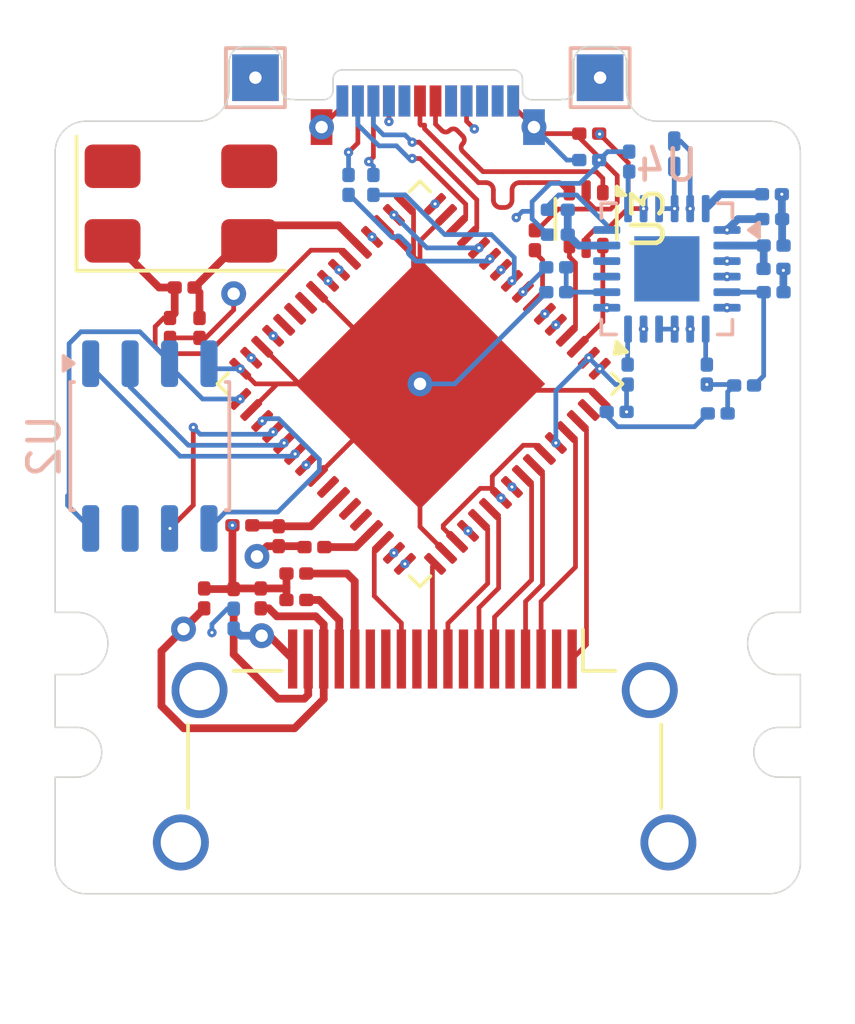
<source format=kicad_pcb>
(kicad_pcb (version 20241229) (generator "pcbnew") (generator_version "9.0")
  (title_block (title "Expansion Card Template") (rev "X1") (company "Framework") (comment 1 "This work is licensed under a Creative Commons Attribution 4.0 International License") (comment 4 "https://frame.work"))
  (layers (0 "F.Cu" signal) (4 "In1.Cu" signal) (6 "In2.Cu" signal) (2 "B.Cu" signal) (13 "F.Paste" user) (15 "B.Paste" user) (5 "F.SilkS" user "F.Silkscreen") (7 "B.SilkS" user "B.Silkscreen") (1 "F.Mask" user) (3 "B.Mask" user) (25 "Edge.Cuts" user))
  (net 0 "")
  (net 1 "GND")
  (net 11 "unconnected-(J1-PadSH)")
  (net 17 "+3.3V")
  (net 18 "+2V5")
  (net 19 "+1V2")
  (net 20 "+1V1")
  (net 21 "Net-(U4-LX1)")
  (net 23 "Net-(U4-LX2)")
  (net 28 "Net-(J1-D0+)")
  (net 29 "Net-(J1-D1+)")
  (net 30 "Net-(J1-D0-)")
  (net 31 "Net-(J1-D1-)")
  (net 32 "Net-(J1-D2+)")
  (net 33 "Net-(J1-D2-)")
  (net 34 "Net-(J1-SCL)")
  (net 35 "Net-(J1-CK+)")
  (net 36 "Net-(J1-CK-)")
  (net 37 "Net-(J1-SDA)")
  (net 38 "Net-(J1-HPD)")
  (net 39 "Net-(P2-TX1-)")
  (net 40 "Net-(P2-TX1+)")
  (net 41 "Net-(P2-D+)")
  (net 42 "Net-(P2-RX1-)")
  (net 43 "Net-(P2-RX1+)")
  (net 44 "Net-(P2-D-)")
  (net 45 "Net-(U4-LX3)")
  (net 46 "SPIMOSI")
  (net 47 "Net-(U1-DM)")
  (net 48 "SPICLK")
  (net 49 "SPIMISO")
  (net 50 "Net-(U1-XTOUT)")
  (net 51 "Net-(U1-XTIN)")
  (net 52 "Net-(U1-DP)")
  (net 53 "SPICS")
  (net 54 "+5V")
  (net 55 "Net-(U1-SSTXM)")
  (net 56 "Net-(U1-SSTXP)")
  (net 57 "Net-(J1-+5V)")
  (net 58 "Net-(U1-USB_REXT)")
  (net 59 "Net-(U1-HDMIRX_REXT)")
  (net 60 "Net-(U1-HDMIRXHPD)")
  (net 61 "Net-(U1-GPIO0)")
  (net 62 "Net-(U4-LX4)")
  (net 63 "Net-(U4-EN1)")
  (net 64 "Net-(U4-FB1)")
  (net 65 "Net-(U4-FB2)")
  (net 66 "Net-(U4-FB3)")
  (net 67 "Net-(U4-FB4)")
  (footprint "TestPoint:TestPoint_Pad_1.5x1.5mm" (layer "F.Cu") (at 145.55 128.3)
    (property "Reference" "TP3" (hide yes))
    (property "Value" "TestPoint")
  )
  (footprint "TestPoint:TestPoint_Pad_1.5x1.5mm" (layer "F.Cu") (at 134.45 128.3)
    (property "Reference" "TP1" (hide yes))
    (property "Value" "TestPoint")
  )
  (footprint "Expansion_Card:USB_C_Plug_Molex_105444" (layer "F.Cu") (at 140 129.01)
    (property "Reference" "P2" (hide yes))
    (property "Value" "USB_C_Plug")
    (fp_line (start -3.35 0) (end -4.3 0) (stroke (width 0.05)) (layer "Edge.Cuts"))
    (fp_line (start -3.05 -0.66) (end -3.05 -0.3) (stroke (width 0.05)) (layer "Edge.Cuts"))
    (fp_line (start -2.75 -0.96) (end 2.75 -0.96) (stroke (width 0.05)) (layer "Edge.Cuts"))
    (fp_line (start 3.05 -0.66) (end 3.05 -0.3) (stroke (width 0.05)) (layer "Edge.Cuts"))
    (fp_line (start 3.35 0) (end 4.3 0) (stroke (width 0.05)) (layer "Edge.Cuts"))
    (fp_arc (start -3.05 -0.66) (mid -2.962132 -0.872132) (end -2.75 -0.96) (stroke (width 0.05)) (layer "Edge.Cuts"))
    (fp_arc (start -3.05 -0.3) (mid -3.137868 -0.087868) (end -3.35 0) (stroke (width 0.05)) (layer "Edge.Cuts"))
    (fp_arc (start 2.75 -0.96) (mid 2.962132 -0.872132) (end 3.05 -0.66) (stroke (width 0.05)) (layer "Edge.Cuts"))
    (fp_arc (start 3.35 0) (mid 3.137868 -0.087868) (end 3.05 -0.3) (stroke (width 0.05)) (layer "Edge.Cuts"))
  )
  (footprint "Capacitor_SMD:C_0201_0603Metric" (layer "F.Cu") (at 132.65 136.35 90)
    (property "Reference" "C10" (hide yes))
    (property "Value" "C22pF")
  )
  (footprint "Capacitor_SMD:C_0201_0603Metric" (layer "F.Cu") (at 145.2 130.1 180)
    (property "Reference" "C1" (hide yes))
    (property "Value" "C100nF")
  )
  (footprint "Resistor_SMD:R_0201_0603Metric" (layer "F.Cu") (at 143.45 133.53 90)
    (property "Reference" "R1" (hide yes))
    (property "Value" "R200")
  )
  (footprint "Resistor_SMD:R_0201_0603Metric" (layer "F.Cu") (at 135.77 145.1 180)
    (property "Reference" "R6" (hide yes))
    (property "Value" "R47K")
  )
  (footprint "Capacitor_SMD:C_0201_0603Metric" (layer "F.Cu") (at 132.8 145.05 -90)
    (property "Reference" "C2" (hide yes))
    (property "Value" "C100nF")
  )
  (footprint "Resistor_SMD:R_0201_0603Metric" (layer "F.Cu") (at 135.2 143.05 -90)
    (property "Reference" "R8" (hide yes))
    (property "Value" "R47K")
  )
  (footprint "Capacitor_SMD:C_0201_0603Metric" (layer "F.Cu") (at 134.62 145.05 -90)
    (property "Reference" "C3" (hide yes))
    (property "Value" "C100nF")
  )
  (footprint "Connector_Video:HDMI_A_Amphenol_10029449-x01xLF_Horizontal" (layer "F.Cu") (at 139.9 152)
    (property "Reference" "J1" (hide yes))
    (property "Value" "HDMI_A")
  )
  (footprint "Package_DFN_QFN:QFN-64-1EP_9x9mm_P0.5mm_EP5.7x5.7mm" (layer "F.Cu") (at 139.75 138.15 -135)
    (property "Reference" "U1" (hide yes))
    (property "Value" "MS2130")
  )
  (footprint "Package_TO_SOT_SMD:SOT-666" (layer "F.Cu") (at 145.1 132.85 -90)
    (property "Reference" "U3")
    (property "Value" "USBLC6-2P6")
  )
  (footprint "Resistor_SMD:R_0201_0603Metric" (layer "F.Cu") (at 133.75 145.07 -90)
    (property "Reference" "R4" (hide yes))
    (property "Value" "R1K")
  )
  (footprint "Crystal:Crystal_SMD_0603-4Pin_6.0x3.5mm" (layer "F.Cu") (at 132.05 132.35)
    (property "Reference" "Y1" (hide yes))
    (property "Value" "Crystal")
  )
  (footprint "Resistor_SMD:R_0201_0603Metric" (layer "F.Cu") (at 136.35 143.4 180)
    (property "Reference" "R2" (hide yes))
    (property "Value" "R1.6k")
  )
  (footprint "Capacitor_SMD:C_0201_0603Metric" (layer "F.Cu") (at 131.7 136.35 90)
    (property "Reference" "C11" (hide yes))
    (property "Value" "C22pF")
  )
  (footprint "Resistor_SMD:R_0201_0603Metric" (layer "F.Cu") (at 132.17 135.05 180)
    (property "Reference" "R9" (hide yes))
    (property "Value" "R1M")
  )
  (footprint "Resistor_SMD:R_0201_0603Metric" (layer "F.Cu") (at 135.77 144.25 180)
    (property "Reference" "R5" (hide yes))
    (property "Value" "R47K")
  )
  (footprint "Resistor_SMD:R_0201_0603Metric" (layer "F.Cu") (at 134.03 142.7)
    (property "Reference" "R7" (hide yes))
    (property "Value" "R24K")
  )
  (footprint "TestPoint:TestPoint_Pad_1.5x1.5mm" (layer "B.Cu") (at 134.45 128.3 180)
    (property "Reference" "TP2" (hide yes))
    (property "Value" "TestPoint")
  )
  (footprint "TestPoint:TestPoint_Pad_1.5x1.5mm" (layer "B.Cu") (at 145.55 128.3 180)
    (property "Reference" "TP4" (hide yes))
    (property "Value" "TestPoint")
  )
  (footprint "Capacitor_SMD:C_0201_0603Metric" (layer "B.Cu") (at 138.25 131.75 -90)
    (property "Reference" "C8" (hide yes))
    (property "Value" "C100nF")
  )
  (footprint "Resistor_SMD:R_0201_0603Metric" (layer "B.Cu") (at 144.1875 133.35 180)
    (property "Reference" "R17" (hide yes))
    (property "Value" "R150K")
  )
  (footprint "Resistor_SMD:R_0201_0603Metric" (layer "B.Cu") (at 144.1875 132.55)
    (property "Reference" "R18" (hide yes))
    (property "Value" "R180K")
  )
  (footprint "Capacitor_SMD:C_0201_0603Metric" (layer "B.Cu") (at 146.0825 139.05 180)
    (property "Reference" "C4" (hide yes))
    (property "Value" "C22uF")
  )
  (footprint "Resistor_SMD:R_0201_0603Metric" (layer "B.Cu") (at 144.1375 134.4 180)
    (property "Reference" "R11" (hide yes))
    (property "Value" "R680K")
  )
  (footprint "Capacitor_SMD:C_0201_0603Metric" (layer "B.Cu") (at 137.45 131.75 -90)
    (property "Reference" "C9" (hide yes))
    (property "Value" "C100nF")
  )
  (footprint "Package_SO:JEITA_SOIC-8_3.9x4.9mm_P1.27mm" (layer "B.Cu") (at 131.05 140.15 -90)
    (property "Reference" "U2")
    (property "Value" "GD25D05CT")
  )
  (footprint "Inductor_SMD:L_0201_0603Metric" (layer "B.Cu") (at 146.4375 137.85 90)
    (property "Reference" "L1" (hide yes))
    (property "Value" "L2.2uH")
  )
  (footprint "Resistor_SMD:R_0201_0603Metric" (layer "B.Cu") (at 150.1875 138.2 180)
    (property "Reference" "R12" (hide yes))
    (property "Value" "R470K")
  )
  (footprint "Capacitor_SMD:C_0201_0603Metric" (layer "B.Cu") (at 151.0925 132.85 180)
    (property "Reference" "C6" (hide yes))
    (property "Value" "C22uF")
  )
  (footprint "Resistor_SMD:R_0201_0603Metric" (layer "B.Cu") (at 151.1375 133.7)
    (property "Reference" "R13" (hide yes))
    (property "Value" "R100K")
  )
  (footprint "Capacitor_SMD:C_0201_0603Metric" (layer "B.Cu") (at 149.3375 139.1 180)
    (property "Reference" "C5" (hide yes))
    (property "Value" "C22uF")
  )
  (footprint "Inductor_SMD:L_0201_0603Metric" (layer "B.Cu") (at 148.9875 137.85 90)
    (property "Reference" "L2" (hide yes))
    (property "Value" "L2.2uH")
  )
  (footprint "Capacitor_SMD:C_0201_0603Metric" (layer "B.Cu") (at 145.2 130.95 180)
    (property "Reference" "C7" (hide yes))
    (property "Value" "C22uF")
  )
  (footprint "Inductor_SMD:L_0201_0603Metric" (layer "B.Cu") (at 146.4875 131 -90)
    (property "Reference" "L4" (hide yes))
    (property "Value" "L2.2uH")
  )
  (footprint "Resistor_SMD:R_0201_0603Metric_Pad0.64x0.40mm_HandSolder" (layer "B.Cu") (at 147.9375 130.75 90)
    (property "Reference" "R10" (hide yes))
    (property "Value" "R100K")
  )
  (footprint "Resistor_SMD:R_0201_0603Metric" (layer "B.Cu") (at 133.75 145.7 -90)
    (property "Reference" "R3" (hide yes))
    (property "Value" "R1K")
  )
  (footprint "Inductor_SMD:L_0201_0603Metric" (layer "B.Cu") (at 151.0825 132.05 180)
    (property "Reference" "L3" (hide yes))
    (property "Value" "L2.2uH")
  )
  (footprint "Resistor_SMD:R_0201_0603Metric" (layer "B.Cu") (at 144.1375 135.2)
    (property "Reference" "R15" (hide yes))
    (property "Value" "R150K")
  )
  (footprint "Resistor_SMD:R_0201_0603Metric" (layer "B.Cu") (at 151.1375 135.2 180)
    (property "Reference" "R16" (hide yes))
    (property "Value" "R150K")
  )
  (footprint "Package_DFN_QFN:HVQFN-24-1EP_4x4mm_P0.5mm_EP2.1x2.1mm" (layer "B.Cu") (at 147.7 134.45 180)
    (property "Reference" "U4")
    (property "Value" "~")
  )
  (footprint "Resistor_SMD:R_0201_0603Metric" (layer "B.Cu") (at 151.1325 134.45 180)
    (property "Reference" "R14" (hide yes))
    (property "Value" "R100K")
  )
  (gr_arc (start 144.7 128.7) (mid 144.612132 128.912132) (end 144.4 129) (stroke (width 0.05)) (layer "Edge.Cuts"))
  (gr_line (start 144.3 129) (end 144.4 129) (stroke (width 0.05)) (layer "Edge.Cuts"))
  (gr_arc (start 135.6 129) (mid 135.387868 128.912132) (end 135.3 128.7) (stroke (width 0.05)) (layer "Edge.Cuts"))
  (gr_line (start 147.4 129.7) (end 151 129.7) (stroke (width 0.05)) (layer "Edge.Cuts"))
  (gr_arc (start 145.9 127.3) (mid 146.253553 127.446447) (end 146.4 127.8) (stroke (width 0.05)) (layer "Edge.Cuts"))
  (gr_arc (start 151.3 150.8) (mid 150.5 150) (end 151.3 149.2) (stroke (width 0.05)) (layer "Edge.Cuts"))
  (gr_line (start 133.6 128.7) (end 133.6 127.8) (stroke (width 0.05)) (layer "Edge.Cuts"))
  (gr_line (start 152 153.55) (end 152 150.8) (stroke (width 0.05)) (layer "Edge.Cuts"))
  (gr_line (start 128.7 145.5) (end 128 145.5) (stroke (width 0.05)) (layer "Edge.Cuts"))
  (gr_line (start 128 149.2) (end 128 147.5) (stroke (width 0.05)) (layer "Edge.Cuts"))
  (gr_line (start 151.3 150.8) (end 152 150.8) (stroke (width 0.05)) (layer "Edge.Cuts"))
  (gr_line (start 135.3 128.7) (end 135.3 127.8) (stroke (width 0.05)) (layer "Edge.Cuts"))
  (gr_line (start 151.3 149.2) (end 152 149.2) (stroke (width 0.05)) (layer "Edge.Cuts"))
  (gr_arc (start 151 129.7) (mid 151.707107 129.992893) (end 152 130.7) (stroke (width 0.05)) (layer "Edge.Cuts"))
  (gr_line (start 146.4 128.7) (end 146.4 127.8) (stroke (width 0.05)) (layer "Edge.Cuts"))
  (gr_arc (start 128 130.7) (mid 128.292893 129.992893) (end 129 129.7) (stroke (width 0.05)) (layer "Edge.Cuts"))
  (gr_line (start 152 145.5) (end 152 130.7) (stroke (width 0.05)) (layer "Edge.Cuts"))
  (gr_arc (start 147.4 129.7) (mid 146.692893 129.407107) (end 146.4 128.7) (stroke (width 0.05)) (layer "Edge.Cuts"))
  (gr_line (start 128.7 149.2) (end 128 149.2) (stroke (width 0.05)) (layer "Edge.Cuts"))
  (gr_arc (start 144.7 127.8) (mid 144.846447 127.446447) (end 145.2 127.3) (stroke (width 0.05)) (layer "Edge.Cuts"))
  (gr_line (start 132.6 129.7) (end 129 129.7) (stroke (width 0.05)) (layer "Edge.Cuts"))
  (gr_arc (start 134.8 127.3) (mid 135.153553 127.446447) (end 135.3 127.8) (stroke (width 0.05)) (layer "Edge.Cuts"))
  (gr_line (start 144.7 128.7) (end 144.7 127.8) (stroke (width 0.05)) (layer "Edge.Cuts"))
  (gr_arc (start 151.3 147.5) (mid 150.3 146.5) (end 151.3 145.5) (stroke (width 0.05)) (layer "Edge.Cuts"))
  (gr_line (start 135.6 129) (end 135.7 129) (stroke (width 0.05)) (layer "Edge.Cuts"))
  (gr_arc (start 152 153.55) (mid 151.707107 154.257107) (end 151 154.55) (stroke (width 0.05)) (layer "Edge.Cuts"))
  (gr_line (start 128 150.8) (end 128 153.55) (stroke (width 0.05)) (layer "Edge.Cuts"))
  (gr_line (start 145.9 127.3) (end 145.2 127.3) (stroke (width 0.05)) (layer "Edge.Cuts"))
  (gr_line (start 128 150.8) (end 128.7 150.8) (stroke (width 0.05)) (layer "Edge.Cuts"))
  (gr_line (start 151.3 145.5) (end 152 145.5) (stroke (width 0.05)) (layer "Edge.Cuts"))
  (gr_line (start 152 149.2) (end 152 147.5) (stroke (width 0.05)) (layer "Edge.Cuts"))
  (gr_line (start 134.8 127.3) (end 134.1 127.3) (stroke (width 0.05)) (layer "Edge.Cuts"))
  (gr_arc (start 133.6 127.8) (mid 133.746447 127.446447) (end 134.1 127.3) (stroke (width 0.05)) (layer "Edge.Cuts"))
  (gr_line (start 128 145.5) (end 128 130.7) (stroke (width 0.05)) (layer "Edge.Cuts"))
  (gr_arc (start 128.7 145.5) (mid 129.7 146.5) (end 128.7 147.5) (stroke (width 0.05)) (layer "Edge.Cuts"))
  (gr_line (start 128.7 147.5) (end 128 147.5) (stroke (width 0.05)) (layer "Edge.Cuts"))
  (gr_arc (start 129 154.55) (mid 128.292893 154.257107) (end 128 153.55) (stroke (width 0.05)) (layer "Edge.Cuts"))
  (gr_arc (start 133.6 128.7) (mid 133.307107 129.407107) (end 132.6 129.7) (stroke (width 0.05)) (layer "Edge.Cuts"))
  (gr_line (start 151.3 147.5) (end 152 147.5) (stroke (width 0.05)) (layer "Edge.Cuts"))
  (gr_line (start 151 154.55) (end 129 154.55) (stroke (width 0.05)) (layer "Edge.Cuts"))
  (gr_arc (start 128.7 149.2) (mid 129.5 150) (end 128.7 150.8) (stroke (width 0.05)) (layer "Edge.Cuts"))
  (segment (start 143.45 133.28) (end 143.52 133.21) (width 0.1524) (layer "F.Cu") (net 1))
  (segment (start 134.884774 145.37) (end 135.140774 145.626) (width 0.25) (layer "F.Cu") (net 1))
  (segment (start 136.65 145.88581) (end 136.65 147) (width 0.25) (layer "F.Cu") (net 1))
  (segment (start 134.314117 138.989689) (end 135.153806 138.15) (width 0.1524) (layer "F.Cu") (net 1))
  (segment (start 131.424 146.746) (end 132.135 146.035) (width 0.25) (layer "F.Cu") (net 1))
  (segment (start 135.140774 145.626) (end 136.39019 145.626) (width 0.25) (layer "F.Cu") (net 1))
  (segment (start 144.88 130.226212) (end 144.88 130.1) (width 0.1524) (layer "F.Cu") (net 1))
  (segment (start 133.75 135.25) (end 133.75 135.769999) (width 0.1524) (layer "F.Cu") (net 1))
  (segment (start 143.63 130.1) (end 143.42 129.89) (width 0.1524) (layer "F.Cu") (net 1))
  (segment (start 134.83 143.37) (end 134.5 143.7) (width 0.25) (layer "F.Cu") (net 1))
  (segment (start 139.263864 132.360563) (end 139.542917 132.639616) (width 0.1524) (layer "F.Cu") (net 1))
  (segment (start 146.1022 132.312502) (end 146.1022 131.448412) (width 0.1524) (layer "F.Cu") (net 1))
  (segment (start 131.7 136.67) (end 132.65 136.67) (width 0.1524) (layer "F.Cu") (net 1))
  (segment (start 133.960563 137.663864) (end 133.963864 137.663864) (width 0.1524) (layer "F.Cu") (net 1))
  (segment (start 135.71181 149.226) (end 132.142174 149.226) (width 0.25) (layer "F.Cu") (net 1))
  (segment (start 145.1 132.239702) (end 145.387498 132.5272) (width 0.1524) (layer "F.Cu") (net 1))
  (segment (start 139.542917 132.639616) (end 139.542917 137.942917) (width 0.1524) (layer "F.Cu") (net 1))
  (segment (start 136 143.37) (end 136.03 143.4) (width 0.25) (layer "F.Cu") (net 1))
  (segment (start 140.589689 132.714117) (end 139.75 133.553806) (width 0.1524) (layer "F.Cu") (net 1))
  (segment (start 136.435437 141.11101) (end 139.396447 138.15) (width 0.1524) (layer "F.Cu") (net 1))
  (segment (start 134.62 145.37) (end 134.884774 145.37) (width 0.25) (layer "F.Cu") (net 1))
  (segment (start 132.142174 149.226) (end 131.424 148.507826) (width 0.25) (layer "F.Cu") (net 1))
  (segment (start 137.25 129.22) (end 136.58 129.89) (width 0.1524) (layer "F.Cu") (net 1))
  (segment (start 144.2028 132.5272) (end 145.387498 132.5272) (width 0.1524) (layer "F.Cu") (net 1))
  (segment (start 136.65 148.28781) (end 135.71181 149.226) (width 0.25) (layer "F.Cu") (net 1))
  (segment (start 145.260384 138.357083) (end 139.957083 138.357083) (width 0.1524) (layer "F.Cu") (net 1))
  (segment (start 145.387498 132.5272) (end 145.887502 132.5272) (width 0.1524) (layer "F.Cu") (net 1))
  (segment (start 139.957083 138.357083) (end 139.75 138.15) (width 0.1524) (layer "F.Cu") (net 1))
  (segment (start 143.52 133.21) (end 144.2028 132.5272) (width 0.1524) (layer "F.Cu") (net 1))
  (segment (start 139.75 134.260913) (end 138.556757 133.06767) (width 0.1524) (layer "F.Cu") (net 1))
  (segment (start 136.65 147) (end 136.65 148.28781) (width 0.25) (layer "F.Cu") (net 1))
  (segment (start 132.849999 136.67) (end 132.65 136.67) (width 0.1524) (layer "F.Cu") (net 1))
  (segment (start 139.75 133.553806) (end 139.75 138.15) (width 0.1524) (layer "F.Cu") (net 1))
  (segment (start 133.963864 137.663864) (end 134.45 138.15) (width 0.1524) (layer "F.Cu") (net 1))
  (segment (start 136.39019 145.626) (end 136.65 145.88581) (width 0.25) (layer "F.Cu") (net 1))
  (segment (start 139.75 138.15) (end 139.75 134.260913) (width 0.1524) (layer "F.Cu") (net 1))
  (segment (start 139.396447 138.15) (end 136.435437 135.18899) (width 0.1524) (layer "F.Cu") (net 1))
  (segment (start 145.1 131.925) (end 145.1 132.239702) (width 0.1524) (layer "F.Cu") (net 1))
  (segment (start 146.1022 131.448412) (end 144.88 130.226212) (width 0.1524) (layer "F.Cu") (net 1))
  (segment (start 145.887502 132.5272) (end 146.1022 132.312502) (width 0.1524) (layer "F.Cu") (net 1))
  (segment (start 142.75 129.22) (end 143.42 129.89) (width 0.1524) (layer "F.Cu") (net 1))
  (segment (start 132.135 146.035) (end 132.8 145.37) (width 0.25) (layer "F.Cu") (net 1))
  (segment (start 135.153806 138.15) (end 139.75 138.15) (width 0.1524) (layer "F.Cu") (net 1))
  (segment (start 134.45 138.15) (end 139.75 138.15) (width 0.1524) (layer "F.Cu") (net 1))
  (segment (start 135.2 143.37) (end 134.83 143.37) (width 0.25) (layer "F.Cu") (net 1))
  (segment (start 139.75 142.746194) (end 140.589689 143.585883) (width 0.1524) (layer "F.Cu") (net 1))
  (segment (start 137.25 129.05) (end 137.25 129.22) (width 0.1524) (layer "F.Cu") (net 1))
  (segment (start 145.539437 138.636136) (end 145.260384 138.357083) (width 0.1524) (layer "F.Cu") (net 1))
  (segment (start 139.75 138.15) (end 139.75 142.746194) (width 0.1524) (layer "F.Cu") (net 1))
  (segment (start 131.424 148.507826) (end 131.424 146.746) (width 0.25) (layer "F.Cu") (net 1))
  (segment (start 139.396447 138.15) (end 139.75 138.15) (width 0.1524) (layer "F.Cu") (net 1))
  (segment (start 135.860913 138.15) (end 139.75 138.15) (width 0.1524) (layer "F.Cu") (net 1))
  (segment (start 142.75 129.05) (end 142.75 129.22) (width 0.1524) (layer "F.Cu") (net 1))
  (segment (start 144.88 130.1) (end 143.63 130.1) (width 0.1524) (layer "F.Cu") (net 1))
  (segment (start 139.542917 137.942917) (end 139.75 138.15) (width 0.1524) (layer "F.Cu") (net 1))
  (segment (start 134.66767 136.956757) (end 135.860913 138.15) (width 0.1524) (layer "F.Cu") (net 1))
  (segment (start 135.2 143.37) (end 136 143.37) (width 0.25) (layer "F.Cu") (net 1))
  (segment (start 133.75 135.769999) (end 132.849999 136.67) (width 0.1524) (layer "F.Cu") (net 1))
  (segment (start 143.45 133.21) (end 143.52 133.21) (width 0.1524) (layer "F.Cu") (net 1))
  (via (at 134.45 128.3) (size 0.8) (drill 0.4) (layers "F.Cu" "B.Cu") (net 1))
  (via (at 132.135 146.035) (size 0.8) (drill 0.4) (layers "F.Cu" "B.Cu") (net 1))
  (via (at 133.960563 137.663864) (size 0.3) (drill 0.1) (layers "F.Cu" "B.Cu") (net 1))
  (via (at 133.75 135.25) (size 0.8) (drill 0.4) (layers "F.Cu" "B.Cu") (net 1))
  (via (at 149.6375 134.7) (size 0.3) (drill 0.1) (layers "F.Cu" "B.Cu") (net 1))
  (via (at 134.5 143.7) (size 0.8) (drill 0.4) (layers "F.Cu" "B.Cu") (net 1))
  (via (at 136.58 129.89) (size 0.8) (drill 0.4) (layers "F.Cu" "B.Cu") (net 1))
  (via (at 149.6375 135.7) (size 0.3) (drill 0.1) (layers "F.Cu" "B.Cu") (net 1))
  (via (at 139.75 138.15) (size 0.8) (drill 0.4) (layers "F.Cu" "B.Cu") (net 1))
  (via (at 151.4525 134.5) (size 0.3) (drill 0.1) (layers "F.Cu" "B.Cu") (net 1))
  (via (at 149.6375 133.2) (size 0.3) (drill 0.1) (layers "F.Cu" "B.Cu") (net 1))
  (via (at 143.42 129.89) (size 0.8) (drill 0.4) (layers "F.Cu" "B.Cu") (net 1))
  (via (at 145.7625 135.7) (size 0.3) (drill 0.1) (layers "F.Cu" "B.Cu") (net 1))
  (via (at 145.55 128.3) (size 0.8) (drill 0.4) (layers "F.Cu" "B.Cu") (net 1))
  (segment (start 143.8675 132.55) (end 143.8675 132.423788) (width 0.1524) (layer "B.Cu") (net 1))
  (segment (start 151.4525 134.45) (end 151.4525 134.5) (width 0.25) (layer "B.Cu") (net 1))
  (segment (start 149.9875 132.85) (end 149.6375 133.2) (width 0.25) (layer "B.Cu") (net 1))
  (segment (start 151.4525 134.5) (end 151.4525 135.195) (width 0.25) (layer "B.Cu") (net 1))
  (segment (start 146.113488 139.5272) (end 148.5903 139.5272) (width 0.1524) (layer "B.Cu") (net 1))
  (segment (start 145.7625 139.05) (end 145.7625 139.176212) (width 0.1524) (layer "B.Cu") (net 1))
  (segment (start 144.48 130.95) (end 143.42 129.89) (width 0.1524) (layer "B.Cu") (net 1))
  (segment (start 144.796512 132.0728) (end 145.7625 133.038788) (width 0.1524) (layer "B.Cu") (net 1))
  (segment (start 143.8175 135.2) (end 140.8675 138.15) (width 0.1524) (layer "B.Cu") (net 1))
  (segment (start 145.7625 139.176212) (end 146.113488 139.5272) (width 0.1524) (layer "B.Cu") (net 1))
  (segment (start 143.8675 132.423788) (end 144.218488 132.0728) (width 0.1524) (layer "B.Cu") (net 1))
  (segment (start 150.7725 132.85) (end 149.9875 132.85) (width 0.25) (layer "B.Cu") (net 1))
  (segment (start 133.118864 137.663864) (end 132.955 137.5) (width 0.1524) (layer "B.Cu") (net 1))
  (segment (start 133.960563 137.663864) (end 133.118864 137.663864) (width 0.1524) (layer "B.Cu") (net 1))
  (segment (start 140.8675 138.15) (end 139.75 138.15) (width 0.1524) (layer "B.Cu") (net 1))
  (segment (start 144.218488 132.0728) (end 144.796512 132.0728) (width 0.1524) (layer "B.Cu") (net 1))
  (segment (start 148.5903 139.5272) (end 149.0175 139.1) (width 0.1524) (layer "B.Cu") (net 1))
  (segment (start 144.88 130.95) (end 144.48 130.95) (width 0.1524) (layer "B.Cu") (net 1))
  (segment (start 145.7625 133.038788) (end 145.7625 133.2) (width 0.1524) (layer "B.Cu") (net 1))
  (via (at 139.263864 143.939437) (size 0.3) (drill 0.1) (layers "F.Cu" "B.Cu") (net 17))
  (via (at 143.064563 135.18899) (size 0.3) (drill 0.1) (layers "F.Cu" "B.Cu") (net 17))
  (via (at 146.4025 139.05) (size 0.3) (drill 0.1) (layers "F.Cu" "B.Cu") (net 17))
  (via (at 141.296796 142.878777) (size 0.3) (drill 0.1) (layers "F.Cu" "B.Cu") (net 17))
  (via (at 144.125223 140.050349) (size 0.3) (drill 0.1) (layers "F.Cu" "B.Cu") (net 17))
  (via (at 140.236136 132.360563) (size 0.3) (drill 0.1) (layers "F.Cu" "B.Cu") (net 17))
  (via (at 142.71101 141.464563) (size 0.3) (drill 0.1) (layers "F.Cu" "B.Cu") (net 17))
  (via (at 144.125223 136.249651) (size 0.3) (drill 0.1) (layers "F.Cu" "B.Cu") (net 17))
  (via (at 134.314117 137.310311) (size 0.3) (drill 0.1) (layers "F.Cu" "B.Cu") (net 17))
  (via (at 145.539437 137.663864) (size 0.3) (drill 0.1) (layers "F.Cu" "B.Cu") (net 17))
  (via (at 145.185883 137.310311) (size 0.3) (drill 0.1) (layers "F.Cu" "B.Cu") (net 17))
  (via (at 133.960563 138.636136) (size 0.3) (drill 0.1) (layers "F.Cu" "B.Cu") (net 17))
  (segment (start 131.685 137.429716) (end 130.728084 136.4728) (width 0.1524) (layer "B.Cu") (net 17))
  (segment (start 146.4025 139.05) (end 146.4025 138.205) (width 0.1524) (layer "B.Cu") (net 17))
  (segment (start 128.4 141.75) (end 128.4 142.055) (width 0.1524) (layer "B.Cu") (net 17))
  (segment (start 128.45 141.7) (end 128.4 141.75) (width 0.1524) (layer "B.Cu") (net 17))
  (segment (start 130.728084 136.4728) (end 128.831916 136.4728) (width 0.1524) (layer "B.Cu") (net 17))
  (segment (start 128.45 136.854716) (end 128.45 141.7) (width 0.1524) (layer "B.Cu") (net 17))
  (segment (start 146.4025 138.205) (end 146.4375 138.17) (width 0.1524) (layer "B.Cu") (net 17))
  (segment (start 131.685 137.5) (end 131.685 137.570284) (width 0.1524) (layer "B.Cu") (net 17))
  (segment (start 131.685 137.570284) (end 132.750852 138.636136) (width 0.1524) (layer "B.Cu") (net 17))
  (segment (start 144.125223 138.370971) (end 145.185883 137.310311) (width 0.1524) (layer "B.Cu") (net 17))
  (segment (start 143.8175 134.4) (end 143.064563 135.152937) (width 0.1524) (layer "B.Cu") (net 17))
  (segment (start 128.831916 136.4728) (end 128.45 136.854716) (width 0.1524) (layer "B.Cu") (net 17))
  (segment (start 145.185883 137.310311) (end 145.539437 137.663864) (width 0.1524) (layer "B.Cu") (net 17))
  (segment (start 128.4 142.055) (end 129.145 142.8) (width 0.1524) (layer "B.Cu") (net 17))
  (segment (start 131.685 137.5) (end 131.685 137.429716) (width 0.1524) (layer "B.Cu") (net 17))
  (segment (start 146.4375 138.17) (end 146.045573 138.17) (width 0.1524) (layer "B.Cu") (net 17))
  (segment (start 144.125223 140.050349) (end 144.125223 138.370971) (width 0.1524) (layer "B.Cu") (net 17))
  (segment (start 146.045573 138.17) (end 145.539437 137.663864) (width 0.1524) (layer "B.Cu") (net 17))
  (segment (start 143.064563 135.152937) (end 143.064563 135.18899) (width 0.1524) (layer "B.Cu") (net 17))
  (segment (start 132.750852 138.636136) (end 133.960563 138.636136) (width 0.1524) (layer "B.Cu") (net 17))
  (via (at 148.9875 138.17) (size 0.3) (drill 0.1) (layers "F.Cu" "B.Cu") (net 18))
  (via (at 138.910311 143.585883) (size 0.3) (drill 0.1) (layers "F.Cu" "B.Cu") (net 18))
  (via (at 138.203204 133.421223) (size 0.3) (drill 0.1) (layers "F.Cu" "B.Cu") (net 18))
  (via (at 137.142544 134.481884) (size 0.3) (drill 0.1) (layers "F.Cu" "B.Cu") (net 18))
  (segment (start 149.6575 139.1) (end 149.6575 138.41) (width 0.1524) (layer "B.Cu") (net 18))
  (segment (start 149.8375 138.17) (end 149.8675 138.2) (width 0.1524) (layer "B.Cu") (net 18))
  (segment (start 149.6575 138.41) (end 149.8675 138.2) (width 0.1524) (layer "B.Cu") (net 18))
  (segment (start 148.9875 138.17) (end 149.8375 138.17) (width 0.1524) (layer "B.Cu") (net 18))
  (via (at 151.4025 132.05) (size 0.3) (drill 0.1) (layers "F.Cu" "B.Cu") (net 19))
  (segment (start 151.4125 132.85) (end 151.4125 133.655) (width 0.25) (layer "B.Cu") (net 19))
  (segment (start 151.4025 132.05) (end 151.4025 132.84) (width 0.25) (layer "B.Cu") (net 19))
  (segment (start 143.492617 140.12485) (end 143.77167 140.403903) (width 0.1524) (layer "F.Cu") (net 20))
  (segment (start 141.689014 141.511175) (end 142.050515 141.511175) (width 0.1524) (layer "F.Cu") (net 20))
  (segment (start 142.357456 141.818116) (end 142.078404 141.539064) (width 0.1524) (layer "F.Cu") (net 20))
  (segment (start 142.050515 141.511175) (end 142.357456 141.818116) (width 0.1524) (layer "F.Cu") (net 20))
  (segment (start 140.5 142.700189) (end 141.689014 141.511175) (width 0.1524) (layer "F.Cu") (net 20))
  (segment (start 142.078404 141.539064) (end 142.078404 141.121784) (width 0.1524) (layer "F.Cu") (net 20))
  (segment (start 143.075338 140.12485) (end 143.492617 140.12485) (width 0.1524) (layer "F.Cu") (net 20))
  (segment (start 140.943243 143.23233) (end 140.5 142.789087) (width 0.1524) (layer "F.Cu") (net 20))
  (segment (start 140.5 142.789087) (end 140.5 142.700189) (width 0.1524) (layer "F.Cu") (net 20))
  (segment (start 142.078404 141.121784) (end 143.075338 140.12485) (width 0.1524) (layer "F.Cu") (net 20))
  (via (at 141.650349 133.774777) (size 0.3) (drill 0.1) (layers "F.Cu" "B.Cu") (net 20))
  (via (at 145.52 130.95) (size 0.3) (drill 0.1) (layers "F.Cu" "B.Cu") (net 20))
  (via (at 136.78899 134.835437) (size 0.3) (drill 0.1) (layers "F.Cu" "B.Cu") (net 20))
  (via (at 143.77167 135.896097) (size 0.3) (drill 0.1) (layers "F.Cu" "B.Cu") (net 20))
  (via (at 142.85 132.8) (size 0.3) (drill 0.1) (layers "F.Cu" "B.Cu") (net 20))
  (via (at 142.357456 134.481884) (size 0.3) (drill 0.1) (layers "F.Cu" "B.Cu") (net 20))
  (via (at 142.357456 141.818116) (size 0.3) (drill 0.1) (layers "F.Cu" "B.Cu") (net 20))
  (via (at 136.081884 140.757456) (size 0.3) (drill 0.1) (layers "F.Cu" "B.Cu") (net 20))
  (via (at 138.910311 132.714117) (size 0.3) (drill 0.1) (layers "F.Cu" "B.Cu") (net 20))
  (segment (start 139.970971 133.774777) (end 141.650349 133.774777) (width 0.1524) (layer "B.Cu") (net 20))
  (segment (start 145.52 131.076212) (end 144.896212 131.7) (width 0.1524) (layer "B.Cu") (net 20))
  (segment (start 143.951288 131.7) (end 143.3603 132.290988) (width 0.1524) (layer "B.Cu") (net 20))
  (segment (start 143.3603 132.290988) (end 143.3603 132.6) (width 0.1524) (layer "B.Cu") (net 20))
  (segment (start 145.52 130.95) (end 145.52 131.076212) (width 0.1524) (layer "B.Cu") (net 20))
  (segment (start 145.79 130.68) (end 145.52 130.95) (width 0.1524) (layer "B.Cu") (net 20))
  (segment (start 143.3603 132.8428) (end 143.8675 133.35) (width 0.1524) (layer "B.Cu") (net 20))
  (segment (start 146.4875 130.68) (end 145.79 130.68) (width 0.1524) (layer "B.Cu") (net 20))
  (segment (start 143.3603 132.6) (end 143.3603 132.8428) (width 0.1524) (layer "B.Cu") (net 20))
  (segment (start 144.896212 131.7) (end 143.951288 131.7) (width 0.1524) (layer "B.Cu") (net 20))
  (segment (start 138.910311 132.714117) (end 139.970971 133.774777) (width 0.1524) (layer "B.Cu") (net 20))
  (segment (start 143.05 132.6) (end 142.85 132.8) (width 0.1524) (layer "B.Cu") (net 20))
  (segment (start 143.3603 132.6) (end 143.05 132.6) (width 0.1524) (layer "B.Cu") (net 20))
  (segment (start 146.4375 136.4) (end 146.45 136.3875) (width 0.1524) (layer "B.Cu") (net 21))
  (segment (start 146.4375 137.53) (end 146.4375 136.4) (width 0.1524) (layer "B.Cu") (net 21))
  (segment (start 148.95 136.3875) (end 148.95 137.4925) (width 0.1524) (layer "B.Cu") (net 23))
  (segment (start 148.95 137.4925) (end 148.9875 137.53) (width 0.1524) (layer "B.Cu") (net 23))
  (segment (start 142.282802 142.450569) (end 142.003903 142.17167) (width 0.1524) (layer "F.Cu") (net 28))
  (segment (start 141.65 145.349784) (end 142.282802 144.716981) (width 0.1524) (layer "F.Cu") (net 28))
  (segment (start 142.282802 144.716981) (end 142.282802 142.450569) (width 0.1524) (layer "F.Cu") (net 28))
  (segment (start 141.65 147) (end 141.65 145.349784) (width 0.1524) (layer "F.Cu") (net 28))
  (segment (start 143.697016 141.036356) (end 143.418116 140.757456) (width 0.1524) (layer "F.Cu") (net 29))
  (segment (start 143.697016 144.602767) (end 143.697016 141.036356) (width 0.1524) (layer "F.Cu") (net 29))
  (segment (start 143.15 145.149784) (end 143.697016 144.602767) (width 0.1524) (layer "F.Cu") (net 29))
  (segment (start 143.15 147) (end 143.15 145.149784) (width 0.1524) (layer "F.Cu") (net 29))
  (segment (start 140.65 147) (end 140.65 145.85) (width 0.1524) (layer "F.Cu") (net 30))
  (segment (start 141.929402 144.570598) (end 141.929402 142.804276) (width 0.1524) (layer "F.Cu") (net 30))
  (segment (start 141.929402 142.804276) (end 141.650349 142.525223) (width 0.1524) (layer "F.Cu") (net 30))
  (segment (start 140.65 145.85) (end 141.929402 144.570598) (width 0.1524) (layer "F.Cu") (net 30))
  (segment (start 142.15 147) (end 142.15 145.65) (width 0.1524) (layer "F.Cu") (net 31))
  (segment (start 142.15 145.65) (end 143.343616 144.456384) (width 0.1524) (layer "F.Cu") (net 31))
  (segment (start 143.343616 141.390063) (end 143.064563 141.11101) (width 0.1524) (layer "F.Cu") (net 31))
  (segment (start 143.343616 144.456384) (end 143.343616 141.390063) (width 0.1524) (layer "F.Cu") (net 31))
  (segment (start 144.83233 139.343243) (end 145.111383 139.622296) (width 0.1524) (layer "F.Cu") (net 32))
  (segment (start 145.111383 146.538617) (end 144.65 147) (width 0.1524) (layer "F.Cu") (net 32))
  (segment (start 145.111383 139.622296) (end 145.111383 146.538617) (width 0.1524) (layer "F.Cu") (net 32))
  (segment (start 144.757829 144.041738) (end 144.757829 139.975848) (width 0.1524) (layer "F.Cu") (net 33))
  (segment (start 144.757829 139.975848) (end 144.478777 139.696796) (width 0.1524) (layer "F.Cu") (net 33))
  (segment (start 143.65 145.149567) (end 144.757829 144.041738) (width 0.1524) (layer "F.Cu") (net 33))
  (segment (start 143.65 147) (end 143.65 145.149567) (width 0.1524) (layer "F.Cu") (net 33))
  (segment (start 137.4 144.25) (end 137.65 144.5) (width 0.25) (layer "F.Cu") (net 34))
  (segment (start 136.09 144.25) (end 137.4 144.25) (width 0.25) (layer "F.Cu") (net 34))
  (segment (start 137.65 144.5) (end 137.65 147) (width 0.25) (layer "F.Cu") (net 34))
  (segment (start 140.236136 143.939437) (end 140.15 144.025573) (width 0.1524) (layer "F.Cu") (net 35))
  (segment (start 140.15 144.025573) (end 140.15 147) (width 0.1524) (layer "F.Cu") (net 35))
  (segment (start 138.277705 144.973305) (end 139.15 145.8456) (width 0.1524) (layer "F.Cu") (net 36))
  (segment (start 139.15 145.8456) (end 139.15 147) (width 0.1524) (layer "F.Cu") (net 36))
  (segment (start 138.277705 143.511382) (end 138.277705 144.973305) (width 0.1524) (layer "F.Cu") (net 36))
  (segment (start 138.556757 143.23233) (end 138.277705 143.511382) (width 0.1524) (layer "F.Cu") (net 36))
  (segment (start 136.502 145.1) (end 137.15 145.748) (width 0.25) (layer "F.Cu") (net 37))
  (segment (start 136.09 145.1) (end 136.502 145.1) (width 0.25) (layer "F.Cu") (net 37))
  (segment (start 137.15 145.748) (end 137.15 147) (width 0.25) (layer "F.Cu") (net 37))
  (segment (start 135.65 147) (end 134.9 146.25) (width 0.25) (layer "F.Cu") (net 38))
  (segment (start 134.9 146.25) (end 134.65 146.25) (width 0.25) (layer "F.Cu") (net 38))
  (via (at 134.65 146.25) (size 0.8) (drill 0.4) (layers "F.Cu" "B.Cu") (net 38))
  (segment (start 134.65 146.25) (end 133.98 146.25) (width 0.25) (layer "B.Cu") (net 38))
  (segment (start 133.98 146.25) (end 133.75 146.02) (width 0.25) (layer "B.Cu") (net 38))
  (segment (start 138.25 130.85) (end 138.1 131) (width 0.1524) (layer "F.Cu") (net 39))
  (segment (start 138.25 129.05) (end 138.25 130.85) (width 0.1524) (layer "F.Cu") (net 39))
  (via (at 138.1 131) (size 0.3) (drill 0.1) (layers "F.Cu" "B.Cu") (net 39))
  (segment (start 138.25 131.15) (end 138.25 131.43) (width 0.1524) (layer "B.Cu") (net 39))
  (segment (start 138.1 131) (end 138.25 131.15) (width 0.1524) (layer "B.Cu") (net 39))
  (segment (start 137.75 130.4) (end 137.75 129.05) (width 0.1524) (layer "F.Cu") (net 40))
  (segment (start 137.45 130.7) (end 137.75 130.4) (width 0.1524) (layer "F.Cu") (net 40))
  (via (at 137.45 130.7) (size 0.3) (drill 0.1) (layers "F.Cu" "B.Cu") (net 40))
  (segment (start 137.45 130.7) (end 137.45 131.43) (width 0.1524) (layer "B.Cu") (net 40))
  (segment (start 142.353965 132.4762) (end 142.473965 132.4762) (width 0.1524) (layer "F.Cu") (net 41))
  (segment (start 142.953965 131.6762) (end 143.073965 131.6762) (width 0.1524) (layer "F.Cu") (net 41))
  (segment (start 139.75 129.794183) (end 139.7828 129.826983) (width 0.1524) (layer "F.Cu") (net 41))
  (segment (start 139.7828 129.8272) (end 139.8966 129.8272) (width 0.1524) (layer "F.Cu") (net 41))
  (segment (start 143.073965 131.6762) (end 143.231354 131.6762) (width 0.1524) (layer "F.Cu") (net 41))
  (segment (start 143.231354 131.6762) (end 144.2387 131.6762) (width 0.1524) (layer "F.Cu") (net 41))
  (segment (start 139.7828 129.826983) (end 139.7828 129.8272) (width 0.1524) (layer "F.Cu") (net 41))
  (segment (start 139.75 129.05) (end 139.75 129.794183) (width 0.1524) (layer "F.Cu") (net 41))
  (segment (start 139.8966 129.940784) (end 141.632017 131.6762) (width 0.1524) (layer "F.Cu") (net 41))
  (segment (start 142.113965 131.9162) (end 142.113965 132.2362) (width 0.1524) (layer "F.Cu") (net 41))
  (segment (start 142.713965 132.2362) (end 142.713965 131.9162) (width 0.1524) (layer "F.Cu") (net 41))
  (segment (start 139.8966 129.8272) (end 139.8966 129.940784) (width 0.1524) (layer "F.Cu") (net 41))
  (segment (start 144.2387 131.6762) (end 144.5625 132) (width 0.1524) (layer "F.Cu") (net 41))
  (segment (start 141.632017 131.6762) (end 141.873965 131.6762) (width 0.1524) (layer "F.Cu") (net 41))
  (arc (start 142.713965 131.9162) (mid 142.784259 131.746494) (end 142.953965 131.6762) (width 0.1524) (layer "F.Cu") (net 41))
  (arc (start 142.113965 132.2362) (mid 142.184259 132.405906) (end 142.353965 132.4762) (width 0.1524) (layer "F.Cu") (net 41))
  (arc (start 141.873965 131.6762) (mid 142.043671 131.746494) (end 142.113965 131.9162) (width 0.1524) (layer "F.Cu") (net 41))
  (arc (start 142.473965 132.4762) (mid 142.643671 132.405906) (end 142.713965 132.2362) (width 0.1524) (layer "F.Cu") (net 41))
  (segment (start 141.578164 132.227425) (end 141.578164 133.139855) (width 0.1524) (layer "F.Cu") (net 42))
  (segment (start 139.726939 130.3762) (end 141.578164 132.227425) (width 0.1524) (layer "F.Cu") (net 42))
  (segment (start 141.578164 133.139855) (end 141.296796 133.421223) (width 0.1524) (layer "F.Cu") (net 42))
  (segment (start 139.5 130.3762) (end 139.726939 130.3762) (width 0.1524) (layer "F.Cu") (net 42))
  (via (at 139.5 130.3762) (size 0.3) (drill 0.1) (layers "F.Cu" "B.Cu") (net 42))
  (segment (start 139.263483 130.139683) (end 138.573046 130.139683) (width 0.1524) (layer "B.Cu") (net 42))
  (segment (start 139.5 130.3762) (end 139.263483 130.139683) (width 0.1524) (layer "B.Cu") (net 42))
  (segment (start 138.573046 130.139683) (end 138.25 129.816637) (width 0.1524) (layer "B.Cu") (net 42))
  (segment (start 138.25 129.816637) (end 138.25 129.05) (width 0.1524) (layer "B.Cu") (net 42))
  (segment (start 141.222295 132.788618) (end 140.943243 133.06767) (width 0.1524) (layer "F.Cu") (net 43))
  (segment (start 139.5 130.9) (end 139.750956 130.9) (width 0.1524) (layer "F.Cu") (net 43))
  (segment (start 139.750956 130.9) (end 141.222295 132.371339) (width 0.1524) (layer "F.Cu") (net 43))
  (segment (start 141.222295 132.371339) (end 141.222295 132.788618) (width 0.1524) (layer "F.Cu") (net 43))
  (via (at 139.5 130.9) (size 0.3) (drill 0.1) (layers "F.Cu" "B.Cu") (net 43))
  (segment (start 137.75 129.05) (end 137.75 129.816421) (width 0.1524) (layer "B.Cu") (net 43))
  (segment (start 138.426663 130.493083) (end 138.993083 130.493083) (width 0.1524) (layer "B.Cu") (net 43))
  (segment (start 138.993083 130.493083) (end 139.4 130.9) (width 0.1524) (layer "B.Cu") (net 43))
  (segment (start 139.4 130.9) (end 139.5 130.9) (width 0.1524) (layer "B.Cu") (net 43))
  (segment (start 137.75 129.816421) (end 138.426663 130.493083) (width 0.1524) (layer "B.Cu") (net 43))
  (segment (start 141.125627 130.670028) (end 141.302404 130.846804) (width 0.1524) (layer "F.Cu") (net 44))
  (segment (start 145.6375 131.5375) (end 145.6375 132) (width 0.1524) (layer "F.Cu") (net 44))
  (segment (start 140.25 129.05) (end 140.25 129.7944) (width 0.1524) (layer "F.Cu") (net 44))
  (segment (start 140.25 129.7944) (end 140.453876 129.998276) (width 0.1524) (layer "F.Cu") (net 44))
  (segment (start 142.412947 131.3228) (end 145.4228 131.3228) (width 0.1524) (layer "F.Cu") (net 44))
  (segment (start 140.94885 129.998276) (end 141.125626 130.175052) (width 0.1524) (layer "F.Cu") (net 44))
  (segment (start 141.7784 131.3228) (end 142.412947 131.3228) (width 0.1524) (layer "F.Cu") (net 44))
  (segment (start 145.4228 131.3228) (end 145.6375 131.5375) (width 0.1524) (layer "F.Cu") (net 44))
  (segment (start 141.302404 130.846804) (end 141.7784 131.3228) (width 0.1524) (layer "F.Cu") (net 44))
  (arc (start 141.125626 130.175052) (mid 141.176882 130.298796) (end 141.125626 130.42254) (width 0.1524) (layer "F.Cu") (net 44))
  (arc (start 140.453876 129.998276) (mid 140.57762 130.049532) (end 140.701364 129.998277) (width 0.1524) (layer "F.Cu") (net 44))
  (arc (start 141.125626 130.42254) (mid 141.074371 130.546284) (end 141.125627 130.670028) (width 0.1524) (layer "F.Cu") (net 44))
  (arc (start 140.701364 129.998277) (mid 140.825106 129.94702) (end 140.94885 129.998276) (width 0.1524) (layer "F.Cu") (net 44))
  (segment (start 148.95 132.5125) (end 149.4125 132.05) (width 0.25) (layer "B.Cu") (net 45))
  (segment (start 149.4125 132.05) (end 150.7625 132.05) (width 0.25) (layer "B.Cu") (net 45))
  (via (at 134.66767 139.343243) (size 0.3) (drill 0.1) (layers "F.Cu" "B.Cu") (net 46))
  (segment (start 134.741317 139.269596) (end 135.198176 139.269596) (width 0.1524) (layer "B.Cu") (net 46))
  (segment (start 135.170693 142.2728) (end 133.4822 142.2728) (width 0.1524) (layer "B.Cu") (net 46))
  (segment (start 134.66767 139.343243) (end 134.741317 139.269596) (width 0.1524) (layer "B.Cu") (net 46))
  (segment (start 136.509084 140.580503) (end 136.509084 140.934409) (width 0.1524) (layer "B.Cu") (net 46))
  (segment (start 135.198176 139.269596) (end 136.509084 140.580503) (width 0.1524) (layer "B.Cu") (net 46))
  (segment (start 133.4822 142.2728) (end 132.955 142.8) (width 0.1524) (layer "B.Cu") (net 46))
  (segment (start 136.509084 140.934409) (end 135.170693 142.2728) (width 0.1524) (layer "B.Cu") (net 46))
  (segment (start 145.6375 133.7) (end 145.6375 136.151587) (width 0.1524) (layer "F.Cu") (net 47))
  (segment (start 145.6375 136.151587) (end 144.83233 136.956757) (width 0.1524) (layer "F.Cu") (net 47))
  (segment (start 132.45 139.55) (end 132.45 142.05) (width 0.1524) (layer "F.Cu") (net 48))
  (segment (start 132.45 142.05) (end 131.7 142.8) (width 0.1524) (layer "F.Cu") (net 48))
  (via (at 135.021223 139.696796) (size 0.3) (drill 0.1) (layers "F.Cu" "B.Cu") (net 48))
  (via (at 132.45 139.55) (size 0.3) (drill 0.1) (layers "F.Cu" "B.Cu") (net 48))
  (via (at 131.7 142.8) (size 0.3) (drill 0.1) (layers "F.Cu" "B.Cu") (net 48))
  (segment (start 135.021223 139.696796) (end 134.947576 139.770443) (width 0.1524) (layer "B.Cu") (net 48))
  (segment (start 132.670443 139.770443) (end 132.45 139.55) (width 0.1524) (layer "B.Cu") (net 48))
  (segment (start 134.947576 139.770443) (end 132.670443 139.770443) (width 0.1524) (layer "B.Cu") (net 48))
  (via (at 135.374777 140.050349) (size 0.3) (drill 0.1) (layers "F.Cu" "B.Cu") (net 49))
  (segment (start 130.415 137.5) (end 130.415 138.249999) (width 0.1524) (layer "B.Cu") (net 49))
  (segment (start 130.415 138.249999) (end 132.288997 140.123996) (width 0.1524) (layer "B.Cu") (net 49))
  (segment (start 135.30113 140.123996) (end 135.374777 140.050349) (width 0.1524) (layer "B.Cu") (net 49))
  (segment (start 132.288997 140.123996) (end 135.30113 140.123996) (width 0.1524) (layer "B.Cu") (net 49))
  (segment (start 137.496097 134.12833) (end 137.217045 133.849278) (width 0.1524) (layer "F.Cu") (net 50))
  (segment (start 131.85 135.88) (end 131.7 136.03) (width 0.25) (layer "F.Cu") (net 50))
  (segment (start 131.35 135.05) (end 131.85 135.05) (width 0.25) (layer "F.Cu") (net 50))
  (segment (start 132.909012 137.1772) (end 131.440988 137.1772) (width 0.1524) (layer "F.Cu") (net 50))
  (segment (start 136.236934 133.849278) (end 132.909012 137.1772) (width 0.1524) (layer "F.Cu") (net 50))
  (segment (start 131.2228 136.307201) (end 131.500001 136.03) (width 0.1524) (layer "F.Cu") (net 50))
  (segment (start 131.440988 137.1772) (end 131.2228 136.959012) (width 0.1524) (layer "F.Cu") (net 50))
  (segment (start 131.500001 136.03) (end 131.7 136.03) (width 0.1524) (layer "F.Cu") (net 50))
  (segment (start 129.85 133.55) (end 131.35 135.05) (width 0.25) (layer "F.Cu") (net 50))
  (segment (start 131.2228 136.959012) (end 131.2228 136.307201) (width 0.1524) (layer "F.Cu") (net 50))
  (segment (start 137.217045 133.849278) (end 136.236934 133.849278) (width 0.1524) (layer "F.Cu") (net 50))
  (segment (start 131.85 135.05) (end 131.85 135.88) (width 0.25) (layer "F.Cu") (net 50))
  (segment (start 134.25 133.55) (end 133.99 133.55) (width 0.25) (layer "F.Cu") (net 51))
  (segment (start 137.124874 133.05) (end 137.849651 133.774777) (width 0.25) (layer "F.Cu") (net 51))
  (segment (start 132.65 136.03) (end 132.65 135.21) (width 0.25) (layer "F.Cu") (net 51))
  (segment (start 134.25 133.55) (end 134.75 133.05) (width 0.25) (layer "F.Cu") (net 51))
  (segment (start 133.99 133.55) (end 132.49 135.05) (width 0.25) (layer "F.Cu") (net 51))
  (segment (start 134.75 133.05) (end 137.124874 133.05) (width 0.25) (layer "F.Cu") (net 51))
  (segment (start 132.65 135.21) (end 132.49 135.05) (width 0.25) (layer "F.Cu") (net 51))
  (segment (start 144.5625 134.062664) (end 144.5625 133.7) (width 0.1524) (layer "F.Cu") (net 52))
  (segment (start 144.478777 136.603204) (end 144.757829 136.324152) (width 0.1524) (layer "F.Cu") (net 52))
  (segment (start 144.757829 136.324152) (end 144.757829 134.257993) (width 0.1524) (layer "F.Cu") (net 52))
  (segment (start 144.757829 134.257993) (end 144.5625 134.062664) (width 0.1524) (layer "F.Cu") (net 52))
  (via (at 135.72833 140.403903) (size 0.3) (drill 0.1) (layers "F.Cu" "B.Cu") (net 53))
  (segment (start 135.654684 140.477549) (end 135.72833 140.403903) (width 0.1524) (layer "B.Cu") (net 53))
  (segment (start 129.145 137.5) (end 129.145 137.595) (width 0.1524) (layer "B.Cu") (net 53))
  (segment (start 129.145 137.595) (end 132.027549 140.477549) (width 0.1524) (layer "B.Cu") (net 53))
  (segment (start 132.027549 140.477549) (end 135.654684 140.477549) (width 0.1524) (layer "B.Cu") (net 53))
  (segment (start 132.82 144.75) (end 132.8 144.73) (width 0.25) (layer "F.Cu") (net 54))
  (segment (start 145.7772 133.1728) (end 145.387498 133.1728) (width 0.1524) (layer "F.Cu") (net 54))
  (segment (start 135.45 144.7) (end 135.45 145.1) (width 0.25) (layer "F.Cu") (net 54))
  (segment (start 145.387498 133.1728) (end 145.1 133.460298) (width 0.1524) (layer "F.Cu") (net 54))
  (segment (start 146.4556 131.0356) (end 146.4556 132.4944) (width 0.1524) (layer "F.Cu") (net 54))
  (segment (start 138.75 129.712482) (end 138.749999 129.712483) (width 0.1524) (layer "F.Cu") (net 54))
  (segment (start 138.75 129.05) (end 138.75 129.712482) (width 0.1524) (layer "F.Cu") (net 54))
  (segment (start 146.95 132.5125) (end 146.4737 132.5125) (width 0.1524) (layer "F.Cu") (net 54))
  (segment (start 135.42 144.73) (end 135.45 144.7) (width 0.25) (layer "F.Cu") (net 54))
  (segment (start 145.535 130.115) (end 146.4556 131.0356) (width 0.1524) (layer "F.Cu") (net 54))
  (segment (start 145.1 133.460298) (end 145.1 133.775) (width 0.1524) (layer "F.Cu") (net 54))
  (segment (start 133.71 144.71) (end 133.75 144.75) (width 0.25) (layer "F.Cu") (net 54))
  (segment (start 141.25 129.05) (end 141.25 129.7) (width 0.1524) (layer "F.Cu") (net 54))
  (segment (start 135.45 144.25) (end 135.45 144.7) (width 0.25) (layer "F.Cu") (net 54))
  (segment (start 133.75 144.75) (end 132.82 144.75) (width 0.25) (layer "F.Cu") (net 54))
  (segment (start 145.52 130.1) (end 145.535 130.115) (width 0.1524) (layer "F.Cu") (net 54))
  (segment (start 141.25 129.7) (end 141.5 129.95) (width 0.1524) (layer "F.Cu") (net 54))
  (segment (start 134.62 144.73) (end 133.77 144.73) (width 0.25) (layer "F.Cu") (net 54))
  (segment (start 133.77 144.73) (end 133.75 144.75) (width 0.25) (layer "F.Cu") (net 54))
  (segment (start 146.4737 132.5125) (end 146.4556 132.4944) (width 0.1524) (layer "F.Cu") (net 54))
  (segment (start 134.62 144.73) (end 135.42 144.73) (width 0.25) (layer "F.Cu") (net 54))
  (segment (start 146.4556 132.4944) (end 145.7772 133.1728) (width 0.1524) (layer "F.Cu") (net 54))
  (segment (start 133.71 142.7) (end 133.71 144.71) (width 0.25) (layer "F.Cu") (net 54))
  (via (at 138.749999 129.712483) (size 0.3) (drill 0.1) (layers "F.Cu" "B.Cu") (net 54))
  (via (at 146.95 136.3875) (size 0.3) (drill 0.1) (layers "F.Cu" "B.Cu") (net 54))
  (via (at 145.535 130.115) (size 0.3) (drill 0.1) (layers "F.Cu" "B.Cu") (net 54))
  (via (at 141.5 129.95) (size 0.3) (drill 0.1) (layers "F.Cu" "B.Cu") (net 54))
  (via (at 133.71 142.7) (size 0.3) (drill 0.1) (layers "F.Cu" "B.Cu") (net 54))
  (via (at 148.45 132.5125) (size 0.3) (drill 0.1) (layers "F.Cu" "B.Cu") (net 54))
  (via (at 149.6375 134.2) (size 0.3) (drill 0.1) (layers "F.Cu" "B.Cu") (net 54))
  (via (at 146.95 132.5125) (size 0.3) (drill 0.1) (layers "F.Cu" "B.Cu") (net 54))
  (via (at 148.45 136.3875) (size 0.3) (drill 0.1) (layers "F.Cu" "B.Cu") (net 54))
  (segment (start 148.45 130.655001) (end 148.45 132.5125) (width 0.1524) (layer "B.Cu") (net 54))
  (segment (start 147.9375 130.3425) (end 148.137499 130.3425) (width 0.1524) (layer "B.Cu") (net 54))
  (segment (start 148.137499 130.3425) (end 148.45 130.655001) (width 0.1524) (layer "B.Cu") (net 54))
  (via (at 142.71101 134.835437) (size 0.3) (drill 0.1) (layers "F.Cu" "B.Cu") (net 55))
  (segment (start 139.270001 132.07) (end 138.25 132.07) (width 0.1524) (layer "B.Cu") (net 55))
  (segment (start 142.047577 133.347577) (end 140.547578 133.347577) (width 0.1524) (layer "B.Cu") (net 55))
  (segment (start 142.784656 134.084656) (end 142.047577 133.347577) (width 0.1524) (layer "B.Cu") (net 55))
  (segment (start 142.784656 134.761791) (end 142.784656 134.084656) (width 0.1524) (layer "B.Cu") (net 55))
  (segment (start 140.547578 133.347577) (end 139.270001 132.07) (width 0.1524) (layer "B.Cu") (net 55))
  (segment (start 142.71101 134.835437) (end 142.784656 134.761791) (width 0.1524) (layer "B.Cu") (net 55))
  (via (at 142.003903 134.12833) (size 0.3) (drill 0.1) (layers "F.Cu" "B.Cu") (net 56))
  (segment (start 139.399181 133.702549) (end 139.116338 133.419706) (width 0.1524) (layer "B.Cu") (net 56))
  (segment (start 141.930256 134.201977) (end 139.615765 134.201977) (width 0.1524) (layer "B.Cu") (net 56))
  (segment (start 138.550652 133.136864) (end 138.522468 133.10868) (width 0.1524) (layer "B.Cu") (net 56))
  (segment (start 142.003903 134.12833) (end 141.930256 134.201977) (width 0.1524) (layer "B.Cu") (net 56))
  (segment (start 138.833494 133.419706) (end 138.550652 133.136864) (width 0.1524) (layer "B.Cu") (net 56))
  (segment (start 139.615765 134.201977) (end 139.399181 133.985393) (width 0.1524) (layer "B.Cu") (net 56))
  (segment (start 137.483788 132.07) (end 137.45 132.07) (width 0.1524) (layer "B.Cu") (net 56))
  (segment (start 138.522468 133.10868) (end 137.483788 132.07) (width 0.1524) (layer "B.Cu") (net 56))
  (arc (start 139.399181 133.985393) (mid 139.369892 133.914682) (end 139.399181 133.843971) (width 0.1524) (layer "B.Cu") (net 56))
  (arc (start 138.974916 133.419706) (mid 138.904205 133.448995) (end 138.833494 133.419706) (width 0.1524) (layer "B.Cu") (net 56))
  (arc (start 139.116338 133.419706) (mid 139.045627 133.390417) (end 138.974916 133.419706) (width 0.1524) (layer "B.Cu") (net 56))
  (arc (start 139.399181 133.843971) (mid 139.42847 133.77326) (end 139.399181 133.702549) (width 0.1524) (layer "B.Cu") (net 56))
  (segment (start 133.75 146.852) (end 135.174 148.276) (width 0.25) (layer "F.Cu") (net 57))
  (segment (start 136.15 148.15) (end 136.15 147) (width 0.25) (layer "F.Cu") (net 57))
  (segment (start 133.75 145.39) (end 133.75 146.852) (width 0.25) (layer "F.Cu") (net 57))
  (segment (start 136.024 148.276) (end 136.15 148.15) (width 0.25) (layer "F.Cu") (net 57))
  (segment (start 135.174 148.276) (end 136.024 148.276) (width 0.25) (layer "F.Cu") (net 57))
  (segment (start 143.697169 135.263491) (end 143.418116 135.542544) (width 0.1524) (layer "F.Cu") (net 58))
  (segment (start 143.697169 134.167169) (end 143.697169 135.263491) (width 0.1524) (layer "F.Cu") (net 58))
  (segment (start 143.45 133.92) (end 143.697169 134.167169) (width 0.1524) (layer "F.Cu") (net 58))
  (segment (start 136.67 143.4) (end 137.681981 143.4) (width 0.25) (layer "F.Cu") (net 59))
  (segment (start 137.681981 143.4) (end 138.203204 142.878777) (width 0.25) (layer "F.Cu") (net 59))
  (via (at 135.021223 136.603204) (size 0.3) (drill 0.1) (layers "F.Cu" "B.Cu") (net 60))
  (via (at 133.05 146.15) (size 0.3) (drill 0.1) (layers "F.Cu" "B.Cu") (net 60))
  (segment (start 133.550001 145.38) (end 133.75 145.38) (width 0.1524) (layer "B.Cu") (net 60))
  (segment (start 133.05 146.15) (end 133.05 145.880001) (width 0.1524) (layer "B.Cu") (net 60))
  (segment (start 133.05 145.880001) (end 133.550001 145.38) (width 0.1524) (layer "B.Cu") (net 60))
  (segment (start 134.35 142.7) (end 135.17 142.7) (width 0.25) (layer "F.Cu") (net 61))
  (segment (start 135.17 142.7) (end 135.2 142.73) (width 0.25) (layer "F.Cu") (net 61))
  (segment (start 135.2 142.73) (end 136.23066 142.73) (width 0.25) (layer "F.Cu") (net 61))
  (segment (start 136.23066 142.73) (end 137.142544 141.818116) (width 0.25) (layer "F.Cu") (net 61))
  (segment (start 146.45 132.5125) (end 146.45 131.3575) (width 0.1524) (layer "B.Cu") (net 62))
  (segment (start 146.45 131.3575) (end 146.4875 131.32) (width 0.1524) (layer "B.Cu") (net 62))
  (via (at 147.95 136.3875) (size 0.3) (drill 0.1) (layers "F.Cu" "B.Cu") (net 63))
  (via (at 147.95 132.5125) (size 0.3) (drill 0.1) (layers "F.Cu" "B.Cu") (net 63))
  (segment (start 147.9375 132.5) (end 147.95 132.5125) (width 0.1524) (layer "B.Cu") (net 63))
  (segment (start 147.45 132.5125) (end 147.95 132.5125) (width 0.1524) (layer "B.Cu") (net 63))
  (segment (start 147.45 136.3875) (end 147.95 136.3875) (width 0.1524) (layer "B.Cu") (net 63))
  (segment (start 147.9375 131.1575) (end 147.9375 132.5) (width 0.1524) (layer "B.Cu") (net 63))
  (segment (start 144.4575 135.2) (end 145.7625 135.2) (width 0.1524) (layer "B.Cu") (net 64))
  (segment (start 144.4575 135.2) (end 144.4575 134.4) (width 0.1524) (layer "B.Cu") (net 64))
  (segment (start 150.8175 135.2) (end 150.8175 137.89) (width 0.1524) (layer "B.Cu") (net 65))
  (segment (start 150.8175 137.89) (end 150.5075 138.2) (width 0.1524) (layer "B.Cu") (net 65))
  (segment (start 149.6375 135.2) (end 150.8175 135.2) (width 0.1524) (layer "B.Cu") (net 65))
  (segment (start 149.6375 133.7) (end 150.8175 133.7) (width 0.25) (layer "B.Cu") (net 66))
  (segment (start 150.8175 133.7) (end 150.8175 134.445) (width 0.25) (layer "B.Cu") (net 66))
  (segment (start 145.7625 133.7) (end 144.8575 133.7) (width 0.25) (layer "B.Cu") (net 67))
  (segment (start 144.5075 133.35) (end 144.5075 132.55) (width 0.25) (layer "B.Cu") (net 67))
  (segment (start 144.8575 133.7) (end 144.5075 133.35) (width 0.25) (layer "B.Cu") (net 67))
)
</source>
